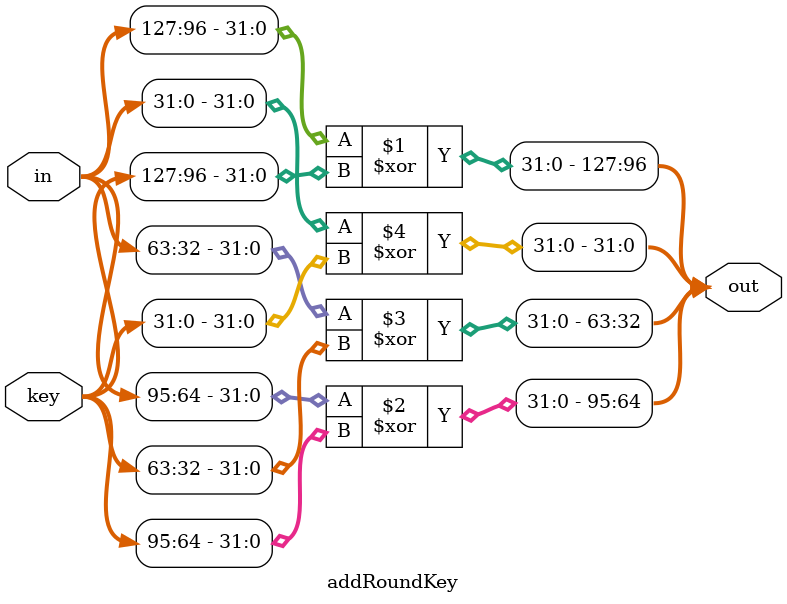
<source format=v>
`timescale 1ns / 1ps


module addRoundKey(
    input [127:0] in,
    output [127:0] out,
    input [127:0] key
    );
//    wire [31:0] column [3:0];
    
//    assign column[0] = {in[127-:8],in[95-:8],in[63-:8],in[31-:8]} + key[127-:32];
//    assign column[1] = {in[119-:8],in[87-:8],in[55-:8],in[23-:8]} + key[95-:32];
//    assign column[2] = {in[111-:8],in[79-:8],in[47-:8],in[15-:8]} + key[63-:32];
//    assign column[3] = {in[103-:8],in[71-:8],in[39-:8],in[7-:8]}  + key[31-:32];
       
//    assign out[127-:32] = {column[0][31-:8], column[1][31-:8], column[2][31-:8], column[3][31-:8]};
//    assign out[95-:32]  = {column[0][23-:8], column[1][23-:8], column[2][23-:8], column[3][23-:8]};
//    assign out[63-:32]  = {column[0][15-:8], column[1][15-:8], column[2][15-:8], column[3][15-:8]};
//    assign out[31-:32]  = {column[0][7-:8], column[1][7-:8], column[2][7-:8], column[3][7-:8]};
    
    assign out[127-:32] = in[127-:32] ^ key[127-:32];
    assign out[95-:32]  = in[95-:32] ^ key[95-:32];
    assign out[63-:32]  = in[63-:32] ^ key[63-:32];
    assign out[31-:32]  = in[31-:32] ^ key[31-:32];
    
endmodule

</source>
